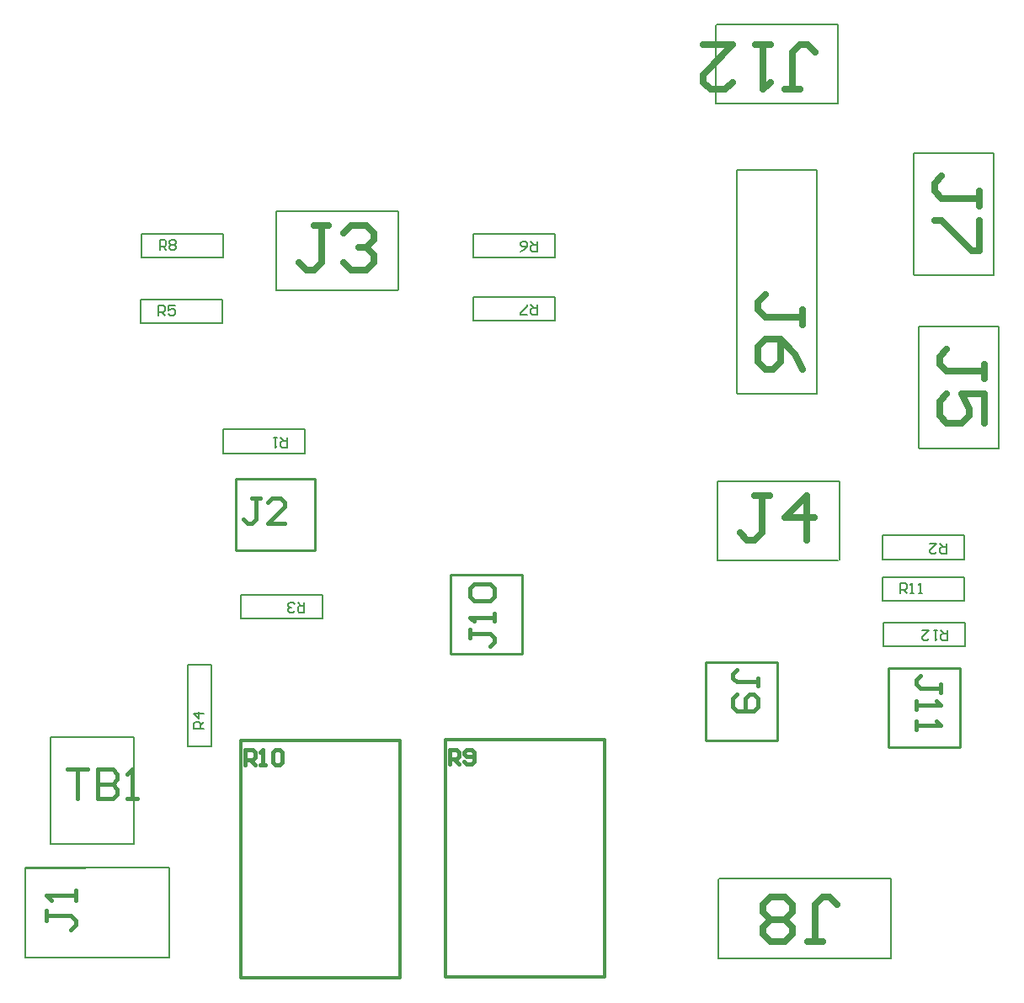
<source format=gko>
G04*
G04 #@! TF.GenerationSoftware,Altium Limited,Altium Designer,22.5.1 (42)*
G04*
G04 Layer_Color=16711935*
%FSLAX44Y44*%
%MOMM*%
G71*
G04*
G04 #@! TF.SameCoordinates,2238DE84-C422-4DFA-8E31-384DE279FC20*
G04*
G04*
G04 #@! TF.FilePolarity,Positive*
G04*
G01*
G75*
%ADD10C,0.2540*%
%ADD11C,0.2000*%
%ADD12C,0.3000*%
%ADD13C,0.1500*%
%ADD14C,0.4000*%
%ADD15C,0.7000*%
%ADD16C,0.4500*%
D10*
X946912Y246077D02*
X1019048D01*
Y325579D01*
X946912D02*
X1019048D01*
X946912Y246077D02*
Y325579D01*
X290371Y443992D02*
X369873D01*
X290371D02*
Y516128D01*
X369873D01*
Y443992D02*
Y516128D01*
X762762Y252428D02*
Y331929D01*
X834898D01*
Y252428D02*
Y331929D01*
X762762Y252428D02*
X834898D01*
X578358Y339901D02*
Y419403D01*
X506222Y339901D02*
X578358D01*
X506222D02*
Y419403D01*
X578358D01*
D11*
X941190Y459040D02*
X1023190D01*
X941190Y435040D02*
Y459040D01*
Y435040D02*
X1023190D01*
Y459040D01*
X940810Y393130D02*
X1022810D01*
Y417130D01*
X940810D02*
X1022810D01*
X940810Y393130D02*
Y417130D01*
X941880Y371410D02*
X1023880D01*
X941880Y347410D02*
Y371410D01*
Y347410D02*
X1023880D01*
Y371410D01*
X775330Y33580D02*
Y112580D01*
X776330Y113580D01*
X949330D01*
Y33580D02*
Y113580D01*
X775330Y33580D02*
X949330D01*
X773790Y973370D02*
X895604D01*
Y893370D02*
Y973370D01*
X772790Y893370D02*
Y972370D01*
Y893370D02*
X895604D01*
X774446Y433790D02*
X896260D01*
X774446D02*
Y513790D01*
X897260Y434790D02*
Y513790D01*
X774446D02*
X897260D01*
X331216Y705570D02*
X453030D01*
X331216D02*
Y785570D01*
X454030Y706570D02*
Y785570D01*
X331216D02*
X454030D01*
X266000Y246810D02*
Y328810D01*
X242000D02*
X266000D01*
X242000Y246810D02*
Y328810D01*
Y246810D02*
X266000D01*
X104050Y256240D02*
X188050D01*
Y148990D02*
Y256240D01*
X104050Y148990D02*
X188050D01*
X104050D02*
Y256240D01*
X278250Y565720D02*
X360250D01*
X278250Y541720D02*
Y565720D01*
Y541720D02*
X360250D01*
Y565720D01*
X529710Y699070D02*
X611710D01*
X529710Y675070D02*
Y699070D01*
Y675070D02*
X611710D01*
Y699070D01*
X194740Y672530D02*
X276740D01*
Y696530D01*
X194740D02*
X276740D01*
X194740Y672530D02*
Y696530D01*
X529710Y762570D02*
X611710D01*
X529710Y738570D02*
Y762570D01*
Y738570D02*
X611710D01*
Y762570D01*
X295450Y399350D02*
X377450D01*
X295450Y375350D02*
Y399350D01*
Y375350D02*
X377450D01*
Y399350D01*
X196010Y738570D02*
X278010D01*
Y762570D01*
X196010D02*
X278010D01*
X196010Y738570D02*
Y762570D01*
X78988Y34010D02*
Y124010D01*
Y125010D02*
X223988D01*
X223988Y34010D02*
Y124010D01*
X78988Y34010D02*
X223988D01*
X78988Y124010D02*
X138988D01*
X874470Y601340D02*
Y827024D01*
X795470Y601340D02*
X874470D01*
X794470Y827024D02*
X874470D01*
X794470Y602340D02*
Y827024D01*
X977350Y547730D02*
Y669544D01*
X1057350D01*
X978350Y546730D02*
X1057350D01*
Y669544D01*
X972270Y721720D02*
Y843534D01*
X1052270D01*
X973270Y720720D02*
X1052270D01*
Y843534D01*
D12*
X295920Y253200D02*
X296920D01*
X295920Y14200D02*
Y253200D01*
Y14200D02*
X455920D01*
Y253200D01*
X295920D02*
X455920D01*
X501190Y253850D02*
X502190D01*
X501190Y14850D02*
Y253850D01*
Y14850D02*
X661190D01*
Y253850D01*
X501190D02*
X661190D01*
D13*
X1005190Y451040D02*
Y441043D01*
X1000192D01*
X998525Y442709D01*
Y446042D01*
X1000192Y447708D01*
X1005190D01*
X1001858D02*
X998525Y451040D01*
X988529D02*
X995193D01*
X988529Y444375D01*
Y442709D01*
X990195Y441043D01*
X993527D01*
X995193Y442709D01*
X958810Y401130D02*
Y411127D01*
X963808D01*
X965474Y409461D01*
Y406128D01*
X963808Y404462D01*
X958810D01*
X962142D02*
X965474Y401130D01*
X968807D02*
X972139D01*
X970473D01*
Y411127D01*
X968807Y409461D01*
X977137Y401130D02*
X980470D01*
X978804D01*
Y411127D01*
X977137Y409461D01*
X1005880Y363410D02*
Y353413D01*
X1000882D01*
X999215Y355079D01*
Y358412D01*
X1000882Y360078D01*
X1005880D01*
X1002548D02*
X999215Y363410D01*
X995883D02*
X992551D01*
X994217D01*
Y353413D01*
X995883Y355079D01*
X980888Y363410D02*
X987553D01*
X980888Y356745D01*
Y355079D01*
X982554Y353413D01*
X985886D01*
X987553Y355079D01*
X258000Y264810D02*
X248003D01*
Y269808D01*
X249669Y271474D01*
X253002D01*
X254668Y269808D01*
Y264810D01*
Y268142D02*
X258000Y271474D01*
Y279805D02*
X248003D01*
X253002Y274807D01*
Y281471D01*
X342250Y557720D02*
Y547723D01*
X337252D01*
X335586Y549389D01*
Y552722D01*
X337252Y554388D01*
X342250D01*
X338918D02*
X335586Y557720D01*
X332253D02*
X328921D01*
X330587D01*
Y547723D01*
X332253Y549389D01*
X593710Y691070D02*
Y681073D01*
X588712D01*
X587046Y682739D01*
Y686072D01*
X588712Y687738D01*
X593710D01*
X590378D02*
X587046Y691070D01*
X583713Y681073D02*
X577049D01*
Y682739D01*
X583713Y689404D01*
Y691070D01*
X212740Y680530D02*
Y690527D01*
X217738D01*
X219405Y688861D01*
Y685528D01*
X217738Y683862D01*
X212740D01*
X216072D02*
X219405Y680530D01*
X229401Y690527D02*
X222737D01*
Y685528D01*
X226069Y687195D01*
X227735D01*
X229401Y685528D01*
Y682196D01*
X227735Y680530D01*
X224403D01*
X222737Y682196D01*
X593710Y754570D02*
Y744573D01*
X588712D01*
X587046Y746239D01*
Y749572D01*
X588712Y751238D01*
X593710D01*
X590378D02*
X587046Y754570D01*
X577049Y744573D02*
X580381Y746239D01*
X583713Y749572D01*
Y752904D01*
X582047Y754570D01*
X578715D01*
X577049Y752904D01*
Y751238D01*
X578715Y749572D01*
X583713D01*
X359450Y391350D02*
Y381353D01*
X354452D01*
X352785Y383019D01*
Y386352D01*
X354452Y388018D01*
X359450D01*
X356118D02*
X352785Y391350D01*
X349453Y383019D02*
X347787Y381353D01*
X344455D01*
X342789Y383019D01*
Y384686D01*
X344455Y386352D01*
X346121D01*
X344455D01*
X342789Y388018D01*
Y389684D01*
X344455Y391350D01*
X347787D01*
X349453Y389684D01*
X214010Y746570D02*
Y756567D01*
X219008D01*
X220674Y754901D01*
Y751568D01*
X219008Y749902D01*
X214010D01*
X217342D02*
X220674Y746570D01*
X224007Y754901D02*
X225673Y756567D01*
X229005D01*
X230671Y754901D01*
Y753234D01*
X229005Y751568D01*
X230671Y749902D01*
Y748236D01*
X229005Y746570D01*
X225673D01*
X224007Y748236D01*
Y749902D01*
X225673Y751568D01*
X224007Y753234D01*
Y754901D01*
X225673Y751568D02*
X229005D01*
D14*
X999472Y301169D02*
Y309499D01*
Y305334D01*
X978645D01*
X974480Y309499D01*
Y313665D01*
X978645Y317830D01*
X974480Y292838D02*
Y284507D01*
Y288673D01*
X999472D01*
X995307Y292838D01*
X974480Y272012D02*
Y263681D01*
Y267846D01*
X999472D01*
X995307Y272012D01*
X314781Y496552D02*
X306451D01*
X310616D01*
Y475725D01*
X306451Y471560D01*
X302285D01*
X298120Y475725D01*
X339773Y471560D02*
X323112D01*
X339773Y488221D01*
Y492387D01*
X335608Y496552D01*
X327277D01*
X323112Y492387D01*
X299920Y228200D02*
Y243195D01*
X307418D01*
X309917Y240696D01*
Y235698D01*
X307418Y233198D01*
X299920D01*
X304918D02*
X309917Y228200D01*
X314915D02*
X319914D01*
X317414D01*
Y243195D01*
X314915Y240696D01*
X327411D02*
X329910Y243195D01*
X334909D01*
X337408Y240696D01*
Y230699D01*
X334909Y228200D01*
X329910D01*
X327411Y230699D01*
Y240696D01*
X505190Y228850D02*
Y243845D01*
X512688D01*
X515187Y241346D01*
Y236348D01*
X512688Y233848D01*
X505190D01*
X510188D02*
X515187Y228850D01*
X520185Y231349D02*
X522684Y228850D01*
X527683D01*
X530182Y231349D01*
Y241346D01*
X527683Y243845D01*
X522684D01*
X520185Y241346D01*
Y238847D01*
X522684Y236348D01*
X530182D01*
X815322Y307519D02*
Y315849D01*
Y311684D01*
X794495D01*
X790330Y315849D01*
Y320015D01*
X794495Y324180D01*
Y299188D02*
X790330Y295023D01*
Y286692D01*
X794495Y282527D01*
X811157D01*
X815322Y286692D01*
Y295023D01*
X811157Y299188D01*
X806991D01*
X802826Y295023D01*
Y282527D01*
X525798Y364311D02*
Y355981D01*
Y360146D01*
X546625D01*
X550790Y355981D01*
Y351815D01*
X546625Y347650D01*
X550790Y372642D02*
Y380973D01*
Y376807D01*
X525798D01*
X529963Y372642D01*
Y393469D02*
X525798Y397634D01*
Y405965D01*
X529963Y410130D01*
X546625D01*
X550790Y405965D01*
Y397634D01*
X546625Y393469D01*
X529963D01*
D15*
X865360Y50265D02*
X880355D01*
X872857D01*
Y87752D01*
X880355Y95250D01*
X887852D01*
X895350Y87752D01*
X850365Y57762D02*
X842867Y50265D01*
X827872D01*
X820374Y57762D01*
Y65260D01*
X827872Y72757D01*
X820374Y80255D01*
Y87752D01*
X827872Y95250D01*
X842867D01*
X850365Y87752D01*
Y80255D01*
X842867Y72757D01*
X850365Y65260D01*
Y57762D01*
X842867Y72757D02*
X827872D01*
X842754Y907768D02*
X857749D01*
X850251D01*
Y945256D01*
X857749Y952754D01*
X865246D01*
X872744Y945256D01*
X827758Y952754D02*
X812763D01*
X820261D01*
Y907768D01*
X827758Y915266D01*
X760280Y952754D02*
X790271D01*
X760280Y922764D01*
Y915266D01*
X767778Y907768D01*
X782773D01*
X790271Y915266D01*
X827296Y499392D02*
X812301D01*
X819799D01*
Y461904D01*
X812301Y454406D01*
X804804D01*
X797306Y461904D01*
X864784Y454406D02*
Y499392D01*
X842291Y476899D01*
X872282D01*
X384066Y771171D02*
X369071D01*
X376569D01*
Y733684D01*
X369071Y726186D01*
X361574D01*
X354076Y733684D01*
X399062Y763674D02*
X406559Y771171D01*
X421554D01*
X429052Y763674D01*
Y756176D01*
X421554Y748679D01*
X414057D01*
X421554D01*
X429052Y741181D01*
Y733684D01*
X421554Y726186D01*
X406559D01*
X399062Y733684D01*
X860455Y671350D02*
Y686345D01*
Y678847D01*
X822968D01*
X815470Y686345D01*
Y693842D01*
X822968Y701340D01*
X860455Y626364D02*
X852958Y641359D01*
X837963Y656355D01*
X822968D01*
X815470Y648857D01*
Y633862D01*
X822968Y626364D01*
X830465D01*
X837963Y633862D01*
Y656355D01*
X1042952Y616694D02*
Y631689D01*
Y624191D01*
X1005464D01*
X997966Y631689D01*
Y639186D01*
X1005464Y646684D01*
X1042952Y571708D02*
Y601698D01*
X1020459D01*
X1027956Y586703D01*
Y579206D01*
X1020459Y571708D01*
X1005464D01*
X997966Y579206D01*
Y594201D01*
X1005464Y601698D01*
X1037871Y790684D02*
Y805679D01*
Y798181D01*
X1000384D01*
X992886Y805679D01*
Y813176D01*
X1000384Y820674D01*
X1037871Y775688D02*
Y745698D01*
X1030374D01*
X1000384Y775688D01*
X992886D01*
D16*
X121550Y223980D02*
X141544D01*
X131547D01*
Y193990D01*
X151540Y223980D02*
Y193990D01*
X166535D01*
X171534Y198988D01*
Y203987D01*
X166535Y208985D01*
X151540D01*
X166535D01*
X171534Y213983D01*
Y218982D01*
X166535Y223980D01*
X151540D01*
X181531Y193990D02*
X191527D01*
X186529D01*
Y223980D01*
X181531Y218982D01*
X99998Y82003D02*
Y72007D01*
Y77005D01*
X124990D01*
X129988Y72007D01*
Y67008D01*
X124990Y62010D01*
X129988Y92000D02*
Y101997D01*
Y96999D01*
X99998D01*
X104996Y92000D01*
M02*

</source>
